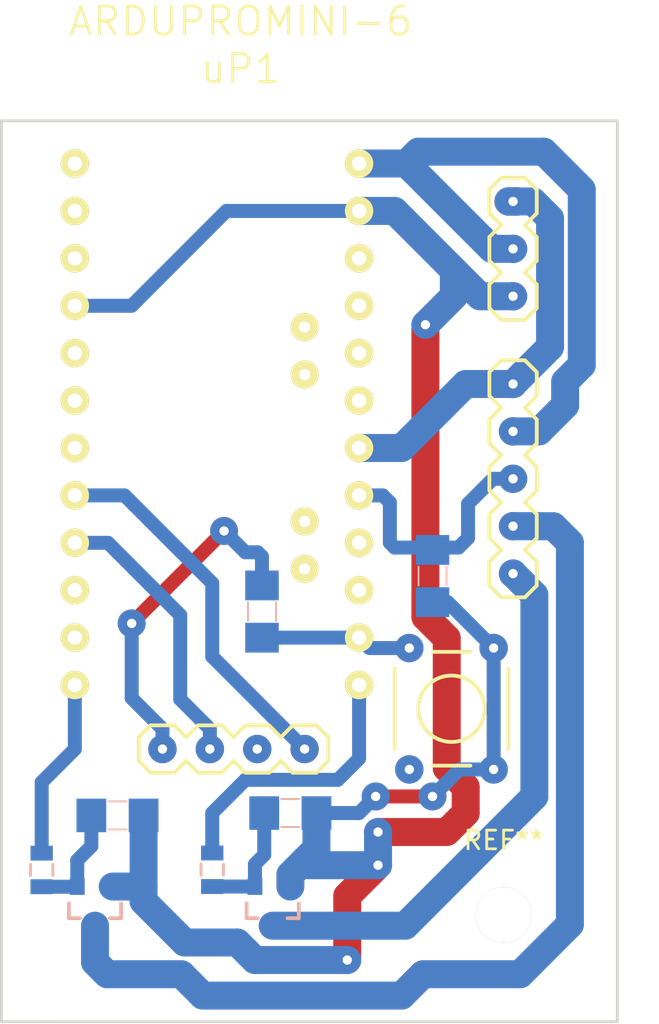
<source format=kicad_pcb>
(kicad_pcb (version 4) (host pcbnew 4.0.2+dfsg1-stable)

  (general
    (links 0)
    (no_connects 281)
    (area 28.753999 26.721999 61.924001 75.132001)
    (thickness 1.6)
    (drawings 7)
    (tracks 133)
    (zones 0)
    (modules 14)
    (nets 30)
  )

  (page A4)
  (layers
    (0 F.Cu signal)
    (31 B.Cu signal)
    (32 B.Adhes user)
    (33 F.Adhes user)
    (34 B.Paste user)
    (35 F.Paste user)
    (36 B.SilkS user)
    (37 F.SilkS user)
    (38 B.Mask user)
    (39 F.Mask user)
    (40 Dwgs.User user)
    (41 Cmts.User user)
    (42 Eco1.User user)
    (43 Eco2.User user)
    (44 Edge.Cuts user)
    (45 Margin user)
    (46 B.CrtYd user)
    (47 F.CrtYd user)
    (48 B.Fab user)
    (49 F.Fab user)
  )

  (setup
    (last_trace_width 0.75)
    (trace_clearance 0.2)
    (zone_clearance 0.508)
    (zone_45_only no)
    (trace_min 0.2)
    (segment_width 0.2)
    (edge_width 0.15)
    (via_size 1.5)
    (via_drill 0.5)
    (via_min_size 0.4)
    (via_min_drill 0.3)
    (uvia_size 0.3)
    (uvia_drill 0.1)
    (uvias_allowed no)
    (uvia_min_size 0.2)
    (uvia_min_drill 0.1)
    (pcb_text_width 0.3)
    (pcb_text_size 1.5 1.5)
    (mod_edge_width 0.15)
    (mod_text_size 1 1)
    (mod_text_width 0.15)
    (pad_size 1.524 1.524)
    (pad_drill 0.5)
    (pad_to_mask_clearance 0.2)
    (aux_axis_origin 0 0)
    (grid_origin 77.089 97.917)
    (visible_elements FFFFFF7F)
    (pcbplotparams
      (layerselection 0x00000_80000000)
      (usegerberextensions false)
      (excludeedgelayer true)
      (linewidth 0.100000)
      (plotframeref false)
      (viasonmask false)
      (mode 1)
      (useauxorigin false)
      (hpglpennumber 1)
      (hpglpenspeed 20)
      (hpglpendiameter 15)
      (hpglpenoverlay 2)
      (psnegative false)
      (psa4output false)
      (plotreference true)
      (plotvalue true)
      (plotinvisibletext false)
      (padsonsilk false)
      (subtractmaskfromsilk false)
      (outputformat 4)
      (mirror false)
      (drillshape 2)
      (scaleselection 1)
      (outputdirectory ""))
  )

  (net 0 "")
  (net 1 /LED_WIDE-)
  (net 2 /LED_SPOT-)
  (net 3 /AD0)
  (net 4 /BATERIA_7_4_V)
  (net 5 /BATERIA_3_7_V)
  (net 6 GND)
  (net 7 VCC)
  (net 8 /LED_G)
  (net 9 /LED_R)
  (net 10 /LED_B)
  (net 11 /MODE_BUTTON)
  (net 12 "Net-(Q1-Pad1)")
  (net 13 /LED_WIDE_PWM)
  (net 14 "Net-(Q2-Pad1)")
  (net 15 /TX)
  (net 16 /RX)
  (net 17 /RST)
  (net 18 "Net-(uP1-Pad11)")
  (net 19 "Net-(uP1-Pad12)")
  (net 20 "Net-(uP1-Pad13)")
  (net 21 "Net-(uP1-Pad16)")
  (net 22 "Net-(uP1-Pad17)")
  (net 23 "Net-(uP1-Pad22)")
  (net 24 "Net-(uP1-Pad23)")
  (net 25 "Net-(uP1-Pad24)")
  (net 26 "Net-(uP1-Pad27)")
  (net 27 "Net-(uP1-Pad28)")
  (net 28 /LED_SPOT_PWM)
  (net 29 "Net-(uP1-Pad21)")

  (net_class Default "This is the default net class."
    (clearance 0.2)
    (trace_width 0.75)
    (via_dia 1.5)
    (via_drill 0.5)
    (uvia_dia 0.3)
    (uvia_drill 0.1)
    (add_net /AD0)
    (add_net /LED_B)
    (add_net /LED_G)
    (add_net /LED_R)
    (add_net /LED_SPOT_PWM)
    (add_net /LED_WIDE_PWM)
    (add_net /MODE_BUTTON)
    (add_net /RST)
    (add_net /RX)
    (add_net /TX)
    (add_net GND)
    (add_net "Net-(Q1-Pad1)")
    (add_net "Net-(Q2-Pad1)")
    (add_net "Net-(uP1-Pad11)")
    (add_net "Net-(uP1-Pad12)")
    (add_net "Net-(uP1-Pad13)")
    (add_net "Net-(uP1-Pad16)")
    (add_net "Net-(uP1-Pad17)")
    (add_net "Net-(uP1-Pad21)")
    (add_net "Net-(uP1-Pad22)")
    (add_net "Net-(uP1-Pad23)")
    (add_net "Net-(uP1-Pad24)")
    (add_net "Net-(uP1-Pad27)")
    (add_net "Net-(uP1-Pad28)")
    (add_net VCC)
  )

  (net_class POWER ""
    (clearance 0.2)
    (trace_width 1.5)
    (via_dia 2.5)
    (via_drill 0.5)
    (uvia_dia 0.3)
    (uvia_drill 0.1)
    (add_net /BATERIA_3_7_V)
    (add_net /BATERIA_7_4_V)
    (add_net /LED_SPOT-)
    (add_net /LED_WIDE-)
  )

  (module ArduProMiniTKB:ArduProMini-6 (layer F.Cu) (tedit 54CFF598) (tstamp 5A1BA8B0)
    (at 30.226 22.733)
    (path /5A1AED2F)
    (fp_text reference uP1 (at 11.43 1.27) (layer F.SilkS)
      (effects (font (size 1.5 1.5) (thickness 0.15)))
    )
    (fp_text value ARDUPROMINI-6 (at 11.43 -1.27) (layer F.SilkS)
      (effects (font (size 1.5 1.5) (thickness 0.15)))
    )
    (pad 7 thru_hole circle (at 2.54 6.35) (size 1.524 1.524) (drill 0.762) (layers *.Cu *.Mask F.SilkS)
      (net 15 /TX))
    (pad 8 thru_hole circle (at 2.54 8.89) (size 1.524 1.524) (drill 0.762) (layers *.Cu *.Mask F.SilkS)
      (net 16 /RX))
    (pad 9 thru_hole circle (at 2.54 11.43) (size 1.524 1.524) (drill 0.762) (layers *.Cu *.Mask F.SilkS)
      (net 17 /RST))
    (pad 10 thru_hole circle (at 2.54 13.97) (size 1.524 1.524) (drill 0.762) (layers *.Cu *.Mask F.SilkS)
      (net 6 GND))
    (pad 11 thru_hole circle (at 2.54 16.51) (size 1.524 1.524) (drill 0.762) (layers *.Cu *.Mask F.SilkS)
      (net 18 "Net-(uP1-Pad11)"))
    (pad 12 thru_hole circle (at 2.54 19.05) (size 1.524 1.524) (drill 0.762) (layers *.Cu *.Mask F.SilkS)
      (net 19 "Net-(uP1-Pad12)"))
    (pad 13 thru_hole circle (at 2.54 21.59) (size 1.524 1.524) (drill 0.762) (layers *.Cu *.Mask F.SilkS)
      (net 20 "Net-(uP1-Pad13)"))
    (pad 14 thru_hole circle (at 2.54 24.13) (size 1.524 1.524) (drill 0.762) (layers *.Cu *.Mask F.SilkS)
      (net 10 /LED_B))
    (pad 15 thru_hole circle (at 2.54 26.67) (size 1.524 1.524) (drill 0.762) (layers *.Cu *.Mask F.SilkS)
      (net 8 /LED_G))
    (pad 16 thru_hole circle (at 2.54 29.21) (size 1.524 1.524) (drill 0.762) (layers *.Cu *.Mask F.SilkS)
      (net 21 "Net-(uP1-Pad16)"))
    (pad 17 thru_hole circle (at 2.54 31.75) (size 1.524 1.524) (drill 0.762) (layers *.Cu *.Mask F.SilkS)
      (net 22 "Net-(uP1-Pad17)"))
    (pad 18 thru_hole circle (at 2.54 34.29) (size 1.524 1.524) (drill 0.762) (layers *.Cu *.Mask F.SilkS)
      (net 28 /LED_SPOT_PWM))
    (pad 19 thru_hole circle (at 17.78 6.35) (size 1.524 1.524) (drill 0.762) (layers *.Cu *.Mask F.SilkS)
      (net 4 /BATERIA_7_4_V))
    (pad 20 thru_hole circle (at 17.78 8.89) (size 1.524 1.524) (drill 0.762) (layers *.Cu *.Mask F.SilkS)
      (net 6 GND))
    (pad 21 thru_hole circle (at 17.78 11.43) (size 1.524 1.524) (drill 0.762) (layers *.Cu *.Mask F.SilkS)
      (net 29 "Net-(uP1-Pad21)"))
    (pad 22 thru_hole circle (at 17.78 13.97) (size 1.524 1.524) (drill 0.762) (layers *.Cu *.Mask F.SilkS)
      (net 23 "Net-(uP1-Pad22)"))
    (pad 23 thru_hole circle (at 17.78 16.51) (size 1.524 1.524) (drill 0.762) (layers *.Cu *.Mask F.SilkS)
      (net 24 "Net-(uP1-Pad23)"))
    (pad 24 thru_hole circle (at 17.78 19.05) (size 1.524 1.524) (drill 0.762) (layers *.Cu *.Mask F.SilkS)
      (net 25 "Net-(uP1-Pad24)"))
    (pad 25 thru_hole circle (at 17.78 21.59) (size 1.524 1.524) (drill 0.762) (layers *.Cu *.Mask F.SilkS)
      (net 5 /BATERIA_3_7_V))
    (pad 26 thru_hole circle (at 17.78 24.13) (size 1.524 1.524) (drill 0.762) (layers *.Cu *.Mask F.SilkS)
      (net 3 /AD0))
    (pad 27 thru_hole circle (at 17.78 26.67) (size 1.524 1.524) (drill 0.762) (layers *.Cu *.Mask F.SilkS)
      (net 26 "Net-(uP1-Pad27)"))
    (pad 28 thru_hole circle (at 17.78 29.21) (size 1.524 1.524) (drill 0.762) (layers *.Cu *.Mask F.SilkS)
      (net 27 "Net-(uP1-Pad28)"))
    (pad 29 thru_hole circle (at 17.78 31.75) (size 1.524 1.524) (drill 0.762) (layers *.Cu *.Mask F.SilkS)
      (net 11 /MODE_BUTTON))
    (pad 30 thru_hole circle (at 17.78 34.29) (size 1.524 1.524) (drill 0.762) (layers *.Cu *.Mask F.SilkS)
      (net 13 /LED_WIDE_PWM))
    (pad 31 thru_hole circle (at 14.859 15.113) (size 1.5 1.5) (drill 0.6) (layers *.Cu *.Mask F.SilkS))
    (pad 32 thru_hole circle (at 14.859 17.653) (size 1.5 1.5) (drill 0.6) (layers *.Cu *.Mask F.SilkS))
    (pad 34 thru_hole circle (at 14.859 25.527) (size 1.5 1.5) (drill 0.6) (layers *.Cu *.Mask F.SilkS))
    (pad 35 thru_hole circle (at 14.859 28.067) (size 1.5 1.5) (drill 0.6) (layers *.Cu *.Mask F.SilkS))
  )

  (module FRTOSlight:1X05 (layer F.Cu) (tedit 5A1ADC89) (tstamp 5A1B9F80)
    (at 56.261 51.054 90)
    (path /5A1ACA67)
    (fp_text reference P1 (at 0.1 0 90) (layer Eco1.User)
      (effects (font (size 0.6 0.6) (thickness 0.1)))
    )
    (fp_text value CONN_01X05 (at 0.1 1.7 90) (layer Eco1.User)
      (effects (font (size 0.6 0.6) (thickness 0.1)))
    )
    (fp_line (start 6.985 -1.27) (end 8.255 -1.27) (layer F.SilkS) (width 0.2032))
    (fp_line (start 8.255 -1.27) (end 8.89 -0.635) (layer F.SilkS) (width 0.2032))
    (fp_line (start 8.89 0.635) (end 8.255 1.27) (layer F.SilkS) (width 0.2032))
    (fp_line (start 8.89 -0.635) (end 9.525 -1.27) (layer F.SilkS) (width 0.2032))
    (fp_line (start 9.525 -1.27) (end 10.795 -1.27) (layer F.SilkS) (width 0.2032))
    (fp_line (start 10.795 -1.27) (end 11.43 -0.635) (layer F.SilkS) (width 0.2032))
    (fp_line (start 11.43 0.635) (end 10.795 1.27) (layer F.SilkS) (width 0.2032))
    (fp_line (start 10.795 1.27) (end 9.525 1.27) (layer F.SilkS) (width 0.2032))
    (fp_line (start 9.525 1.27) (end 8.89 0.635) (layer F.SilkS) (width 0.2032))
    (fp_line (start 3.81 -0.635) (end 4.445 -1.27) (layer F.SilkS) (width 0.2032))
    (fp_line (start 4.445 -1.27) (end 5.715 -1.27) (layer F.SilkS) (width 0.2032))
    (fp_line (start 5.715 -1.27) (end 6.35 -0.635) (layer F.SilkS) (width 0.2032))
    (fp_line (start 6.35 0.635) (end 5.715 1.27) (layer F.SilkS) (width 0.2032))
    (fp_line (start 5.715 1.27) (end 4.445 1.27) (layer F.SilkS) (width 0.2032))
    (fp_line (start 4.445 1.27) (end 3.81 0.635) (layer F.SilkS) (width 0.2032))
    (fp_line (start 6.985 -1.27) (end 6.35 -0.635) (layer F.SilkS) (width 0.2032))
    (fp_line (start 6.35 0.635) (end 6.985 1.27) (layer F.SilkS) (width 0.2032))
    (fp_line (start 8.255 1.27) (end 6.985 1.27) (layer F.SilkS) (width 0.2032))
    (fp_line (start -0.635 -1.27) (end 0.635 -1.27) (layer F.SilkS) (width 0.2032))
    (fp_line (start 0.635 -1.27) (end 1.27 -0.635) (layer F.SilkS) (width 0.2032))
    (fp_line (start 1.27 0.635) (end 0.635 1.27) (layer F.SilkS) (width 0.2032))
    (fp_line (start 1.27 -0.635) (end 1.905 -1.27) (layer F.SilkS) (width 0.2032))
    (fp_line (start 1.905 -1.27) (end 3.175 -1.27) (layer F.SilkS) (width 0.2032))
    (fp_line (start 3.175 -1.27) (end 3.81 -0.635) (layer F.SilkS) (width 0.2032))
    (fp_line (start 3.81 0.635) (end 3.175 1.27) (layer F.SilkS) (width 0.2032))
    (fp_line (start 3.175 1.27) (end 1.905 1.27) (layer F.SilkS) (width 0.2032))
    (fp_line (start 1.905 1.27) (end 1.27 0.635) (layer F.SilkS) (width 0.2032))
    (fp_line (start -1.27 -0.635) (end -1.27 0.635) (layer F.SilkS) (width 0.2032))
    (fp_line (start -0.635 -1.27) (end -1.27 -0.635) (layer F.SilkS) (width 0.2032))
    (fp_line (start -1.27 0.635) (end -0.635 1.27) (layer F.SilkS) (width 0.2032))
    (fp_line (start 0.635 1.27) (end -0.635 1.27) (layer F.SilkS) (width 0.2032))
    (fp_line (start 11.43 -0.635) (end 11.43 0.635) (layer F.SilkS) (width 0.2032))
    (pad 1 thru_hole oval (at 0 0 180) (size 1.524 1.524) (drill 0.5) (layers *.Cu *.Mask)
      (net 1 /LED_WIDE-))
    (pad 2 thru_hole oval (at 2.54 0 180) (size 1.524 1.524) (drill 0.5) (layers *.Cu *.Mask)
      (net 2 /LED_SPOT-))
    (pad 3 thru_hole oval (at 5.08 0 180) (size 1.524 1.524) (drill 0.5) (layers *.Cu *.Mask)
      (net 3 /AD0))
    (pad 4 thru_hole oval (at 7.62 0 180) (size 1.524 1.524) (drill 0.5) (layers *.Cu *.Mask)
      (net 4 /BATERIA_7_4_V))
    (pad 5 thru_hole oval (at 10.16 0 180) (size 1.524 1.524) (drill 0.5) (layers *.Cu *.Mask)
      (net 5 /BATERIA_3_7_V))
  )

  (module FRTOSlight:1X03 (layer F.Cu) (tedit 5A1ADC55) (tstamp 5A1B9F9B)
    (at 56.261 31.115 270)
    (path /5A1ACCD9)
    (fp_text reference P2 (at 0.3 0 270) (layer Eco1.User)
      (effects (font (size 0.6 0.6) (thickness 0.1)))
    )
    (fp_text value CONN_01X03 (at 2.6 1.6 270) (layer Eco1.User)
      (effects (font (size 0.2 0.2) (thickness 0.05)))
    )
    (fp_line (start 3.81 -0.635) (end 4.445 -1.27) (layer F.SilkS) (width 0.2032))
    (fp_line (start 4.445 -1.27) (end 5.715 -1.27) (layer F.SilkS) (width 0.2032))
    (fp_line (start 5.715 -1.27) (end 6.35 -0.635) (layer F.SilkS) (width 0.2032))
    (fp_line (start 6.35 0.635) (end 5.715 1.27) (layer F.SilkS) (width 0.2032))
    (fp_line (start 5.715 1.27) (end 4.445 1.27) (layer F.SilkS) (width 0.2032))
    (fp_line (start 4.445 1.27) (end 3.81 0.635) (layer F.SilkS) (width 0.2032))
    (fp_line (start -0.635 -1.27) (end 0.635 -1.27) (layer F.SilkS) (width 0.2032))
    (fp_line (start 0.635 -1.27) (end 1.27 -0.635) (layer F.SilkS) (width 0.2032))
    (fp_line (start 1.27 0.635) (end 0.635 1.27) (layer F.SilkS) (width 0.2032))
    (fp_line (start 1.27 -0.635) (end 1.905 -1.27) (layer F.SilkS) (width 0.2032))
    (fp_line (start 1.905 -1.27) (end 3.175 -1.27) (layer F.SilkS) (width 0.2032))
    (fp_line (start 3.175 -1.27) (end 3.81 -0.635) (layer F.SilkS) (width 0.2032))
    (fp_line (start 3.81 0.635) (end 3.175 1.27) (layer F.SilkS) (width 0.2032))
    (fp_line (start 3.175 1.27) (end 1.905 1.27) (layer F.SilkS) (width 0.2032))
    (fp_line (start 1.905 1.27) (end 1.27 0.635) (layer F.SilkS) (width 0.2032))
    (fp_line (start -1.27 -0.635) (end -1.27 0.635) (layer F.SilkS) (width 0.2032))
    (fp_line (start -0.635 -1.27) (end -1.27 -0.635) (layer F.SilkS) (width 0.2032))
    (fp_line (start -1.27 0.635) (end -0.635 1.27) (layer F.SilkS) (width 0.2032))
    (fp_line (start 0.635 1.27) (end -0.635 1.27) (layer F.SilkS) (width 0.2032))
    (fp_line (start 6.35 -0.635) (end 6.35 0.635) (layer F.SilkS) (width 0.2032))
    (pad 1 thru_hole oval (at 0 0) (size 2 1.524) (drill 0.5) (layers *.Cu *.Mask)
      (net 5 /BATERIA_3_7_V))
    (pad 2 thru_hole oval (at 2.54 0) (size 1.524 1.524) (drill 0.5) (layers *.Cu *.Mask)
      (net 4 /BATERIA_7_4_V))
    (pad 3 thru_hole oval (at 5.08 0) (size 1.524 1.524) (drill 0.5) (layers *.Cu *.Mask)
      (net 6 GND))
  )

  (module FRTOSlight:1X04 (layer F.Cu) (tedit 5A1ADCAF) (tstamp 5A1B9FBD)
    (at 37.465 60.452)
    (path /5A1AE117)
    (fp_text reference P3 (at 0 0) (layer Eco1.User)
      (effects (font (size 0.6 0.6) (thickness 0.1)))
    )
    (fp_text value CONN_01X04 (at 0 1.9) (layer Eco1.User)
      (effects (font (size 0.6 0.6) (thickness 0.1)))
    )
    (fp_line (start 6.985 -1.27) (end 8.255 -1.27) (layer F.SilkS) (width 0.2032))
    (fp_line (start 8.255 -1.27) (end 8.89 -0.635) (layer F.SilkS) (width 0.2032))
    (fp_line (start 8.89 0.635) (end 8.255 1.27) (layer F.SilkS) (width 0.2032))
    (fp_line (start 3.81 -0.635) (end 4.445 -1.27) (layer F.SilkS) (width 0.2032))
    (fp_line (start 4.445 -1.27) (end 5.715 -1.27) (layer F.SilkS) (width 0.2032))
    (fp_line (start 5.715 -1.27) (end 6.35 -0.635) (layer F.SilkS) (width 0.2032))
    (fp_line (start 6.35 0.635) (end 5.715 1.27) (layer F.SilkS) (width 0.2032))
    (fp_line (start 5.715 1.27) (end 4.445 1.27) (layer F.SilkS) (width 0.2032))
    (fp_line (start 4.445 1.27) (end 3.81 0.635) (layer F.SilkS) (width 0.2032))
    (fp_line (start 6.985 -1.27) (end 6.35 -0.635) (layer F.SilkS) (width 0.2032))
    (fp_line (start 6.35 0.635) (end 6.985 1.27) (layer F.SilkS) (width 0.2032))
    (fp_line (start 8.255 1.27) (end 6.985 1.27) (layer F.SilkS) (width 0.2032))
    (fp_line (start -0.635 -1.27) (end 0.635 -1.27) (layer F.SilkS) (width 0.2032))
    (fp_line (start 0.635 -1.27) (end 1.27 -0.635) (layer F.SilkS) (width 0.2032))
    (fp_line (start 1.27 0.635) (end 0.635 1.27) (layer F.SilkS) (width 0.2032))
    (fp_line (start 1.27 -0.635) (end 1.905 -1.27) (layer F.SilkS) (width 0.2032))
    (fp_line (start 1.905 -1.27) (end 3.175 -1.27) (layer F.SilkS) (width 0.2032))
    (fp_line (start 3.175 -1.27) (end 3.81 -0.635) (layer F.SilkS) (width 0.2032))
    (fp_line (start 3.81 0.635) (end 3.175 1.27) (layer F.SilkS) (width 0.2032))
    (fp_line (start 3.175 1.27) (end 1.905 1.27) (layer F.SilkS) (width 0.2032))
    (fp_line (start 1.905 1.27) (end 1.27 0.635) (layer F.SilkS) (width 0.2032))
    (fp_line (start -1.27 -0.635) (end -1.27 0.635) (layer F.SilkS) (width 0.2032))
    (fp_line (start -0.635 -1.27) (end -1.27 -0.635) (layer F.SilkS) (width 0.2032))
    (fp_line (start -1.27 0.635) (end -0.635 1.27) (layer F.SilkS) (width 0.2032))
    (fp_line (start 0.635 1.27) (end -0.635 1.27) (layer F.SilkS) (width 0.2032))
    (fp_line (start 8.89 -0.635) (end 8.89 0.635) (layer F.SilkS) (width 0.2032))
    (pad 1 thru_hole oval (at 0 0 90) (size 1.524 1.524) (drill 0.5) (layers *.Cu *.Mask)
      (net 7 VCC))
    (pad 2 thru_hole oval (at 2.54 0 90) (size 1.524 1.524) (drill 0.5) (layers *.Cu *.Mask)
      (net 8 /LED_G))
    (pad 3 thru_hole oval (at 5.08 0 90) (size 1.524 1.524) (drill 0.5) (layers *.Cu *.Mask)
      (net 9 /LED_R))
    (pad 4 thru_hole oval (at 7.62 0 90) (size 1.524 1.524) (drill 0.5) (layers *.Cu *.Mask)
      (net 10 /LED_B))
  )

  (module FRTOSlight:SOT23-3 (layer B.Cu) (tedit 5477A0B2) (tstamp 5A1B9FCC)
    (at 43.37304 68.81622)
    (path /5A1AC72E)
    (fp_text reference Q1 (at 0 0) (layer Eco1.User)
      (effects (font (size 0.5 0.5) (thickness 0.1)))
    )
    (fp_text value si2302 (at 0 -1.95) (layer Eco1.User) hide
      (effects (font (size 0.5 0.5) (thickness 0.1)))
    )
    (fp_line (start 1.4224 0.6604) (end 1.4224 -0.6604) (layer Cmts.User) (width 0.1524))
    (fp_line (start 1.4224 -0.6604) (end -1.4224 -0.6604) (layer Cmts.User) (width 0.1524))
    (fp_line (start -1.4224 -0.6604) (end -1.4224 0.6604) (layer Cmts.User) (width 0.1524))
    (fp_line (start -1.4224 0.6604) (end 1.4224 0.6604) (layer Cmts.User) (width 0.1524))
    (fp_line (start -0.79756 0.6985) (end -1.39954 0.6985) (layer B.SilkS) (width 0.2032))
    (fp_line (start -1.39954 0.6985) (end -1.39954 -0.09906) (layer B.SilkS) (width 0.2032))
    (fp_line (start 0.79756 0.6985) (end 1.39954 0.6985) (layer B.SilkS) (width 0.2032))
    (fp_line (start 1.39954 0.6985) (end 1.39954 -0.09906) (layer B.SilkS) (width 0.2032))
    (pad 3 smd rect (at 0 1.09982) (size 0.79756 0.89916) (layers B.Cu B.Paste B.Mask)
      (net 1 /LED_WIDE-))
    (pad 2 smd rect (at 0.94996 -0.99822) (size 0.79756 0.89916) (layers B.Cu B.Paste B.Mask)
      (net 6 GND))
    (pad 1 smd rect (at -0.94996 -0.99822) (size 0.79756 0.89916) (layers B.Cu B.Paste B.Mask)
      (net 12 "Net-(Q1-Pad1)"))
  )

  (module FRTOSlight:SOT23-3 (layer B.Cu) (tedit 5477A0B2) (tstamp 5A1B9FDB)
    (at 33.84804 68.81622)
    (path /5A1AC65F)
    (fp_text reference Q2 (at -0.123141 0.0374) (layer Eco1.User)
      (effects (font (size 0.5 0.5) (thickness 0.1)))
    )
    (fp_text value si2302 (at 0 -1.95) (layer Eco1.User) hide
      (effects (font (size 0.5 0.5) (thickness 0.1)))
    )
    (fp_line (start 1.4224 0.6604) (end 1.4224 -0.6604) (layer Cmts.User) (width 0.1524))
    (fp_line (start 1.4224 -0.6604) (end -1.4224 -0.6604) (layer Cmts.User) (width 0.1524))
    (fp_line (start -1.4224 -0.6604) (end -1.4224 0.6604) (layer Cmts.User) (width 0.1524))
    (fp_line (start -1.4224 0.6604) (end 1.4224 0.6604) (layer Cmts.User) (width 0.1524))
    (fp_line (start -0.79756 0.6985) (end -1.39954 0.6985) (layer B.SilkS) (width 0.2032))
    (fp_line (start -1.39954 0.6985) (end -1.39954 -0.09906) (layer B.SilkS) (width 0.2032))
    (fp_line (start 0.79756 0.6985) (end 1.39954 0.6985) (layer B.SilkS) (width 0.2032))
    (fp_line (start 1.39954 0.6985) (end 1.39954 -0.09906) (layer B.SilkS) (width 0.2032))
    (pad 3 smd rect (at 0 1.09982) (size 0.79756 0.89916) (layers B.Cu B.Paste B.Mask)
      (net 2 /LED_SPOT-))
    (pad 2 smd rect (at 0.94996 -0.99822) (size 0.79756 0.89916) (layers B.Cu B.Paste B.Mask)
      (net 6 GND))
    (pad 1 smd rect (at -0.94996 -0.99822) (size 0.79756 0.89916) (layers B.Cu B.Paste B.Mask)
      (net 14 "Net-(Q2-Pad1)"))
  )

  (module FRTOSlight:1206 (layer B.Cu) (tedit 5477993F) (tstamp 5A1B9FE7)
    (at 42.799 53.086 270)
    (path /5A1AF9C8)
    (fp_text reference R1 (at 0 0 270) (layer Eco1.User)
      (effects (font (size 0.6 0.6) (thickness 0.1)))
    )
    (fp_text value R (at 0 -1.4 270) (layer Eco1.User) hide
      (effects (font (size 0.6 0.6) (thickness 0.1)))
    )
    (fp_line (start -2.47142 0.98298) (end 2.47142 0.98298) (layer Dwgs.User) (width 0.0508))
    (fp_line (start 2.47142 -0.98298) (end -2.47142 -0.98298) (layer Dwgs.User) (width 0.0508))
    (fp_line (start -2.47142 -0.98298) (end -2.47142 0.98298) (layer Dwgs.User) (width 0.0508))
    (fp_line (start 2.47142 0.98298) (end 2.47142 -0.98298) (layer Dwgs.User) (width 0.0508))
    (fp_line (start -0.5 0.75) (end 0.5 0.75) (layer B.SilkS) (width 0.1))
    (fp_line (start -0.5 -0.75) (end 0.5 -0.75) (layer B.SilkS) (width 0.1))
    (pad 1 smd rect (at -1.39954 0 270) (size 1.59766 1.79832) (layers B.Cu B.Paste B.Mask)
      (net 7 VCC))
    (pad 2 smd rect (at 1.39954 0 270) (size 1.59766 1.79832) (layers B.Cu B.Paste B.Mask)
      (net 11 /MODE_BUTTON))
  )

  (module FRTOSlight:0805 (layer B.Cu) (tedit 54769AAA) (tstamp 5A1B9FEF)
    (at 40.132 66.91884 90)
    (path /5A1AC8C2)
    (fp_text reference R2 (at 0 0 90) (layer Eco1.User)
      (effects (font (size 0.3 0.3) (thickness 0.075)))
    )
    (fp_text value 180 (at 0 -1 90) (layer Eco1.User) hide
      (effects (font (size 0.2 0.2) (thickness 0.03048)))
    )
    (fp_line (start -0.29972 0.59944) (end 0.29972 0.59944) (layer B.SilkS) (width 0.1524))
    (fp_line (start -0.29972 -0.59944) (end 0.29972 -0.59944) (layer B.SilkS) (width 0.1524))
    (pad 1 smd rect (at -0.89916 0 90) (size 0.79756 1.19888) (layers B.Cu B.Paste B.Mask)
      (net 12 "Net-(Q1-Pad1)"))
    (pad 2 smd rect (at 0.89916 0 90) (size 0.79756 1.19888) (layers B.Cu B.Paste B.Mask)
      (net 13 /LED_WIDE_PWM))
  )

  (module FRTOSlight:1206 (layer B.Cu) (tedit 5477993F) (tstamp 5A1B9FFB)
    (at 44.32046 63.881)
    (path /5A1AC881)
    (fp_text reference R3 (at 0 0) (layer Eco1.User)
      (effects (font (size 0.6 0.6) (thickness 0.1)))
    )
    (fp_text value 4k7 (at 0 -1.4) (layer Eco1.User) hide
      (effects (font (size 0.6 0.6) (thickness 0.1)))
    )
    (fp_line (start -2.47142 0.98298) (end 2.47142 0.98298) (layer Dwgs.User) (width 0.0508))
    (fp_line (start 2.47142 -0.98298) (end -2.47142 -0.98298) (layer Dwgs.User) (width 0.0508))
    (fp_line (start -2.47142 -0.98298) (end -2.47142 0.98298) (layer Dwgs.User) (width 0.0508))
    (fp_line (start 2.47142 0.98298) (end 2.47142 -0.98298) (layer Dwgs.User) (width 0.0508))
    (fp_line (start -0.5 0.75) (end 0.5 0.75) (layer B.SilkS) (width 0.1))
    (fp_line (start -0.5 -0.75) (end 0.5 -0.75) (layer B.SilkS) (width 0.1))
    (pad 1 smd rect (at -1.39954 0) (size 1.59766 1.79832) (layers B.Cu B.Paste B.Mask)
      (net 12 "Net-(Q1-Pad1)"))
    (pad 2 smd rect (at 1.39954 0) (size 1.59766 1.79832) (layers B.Cu B.Paste B.Mask)
      (net 6 GND))
  )

  (module FRTOSlight:0805 (layer B.Cu) (tedit 54769AAA) (tstamp 5A1BA003)
    (at 30.988 66.929 90)
    (path /5A1AC842)
    (fp_text reference R4 (at 0 0.052641 90) (layer Eco1.User)
      (effects (font (size 0.3 0.3) (thickness 0.075)))
    )
    (fp_text value 180 (at 0 -1 90) (layer Eco1.User) hide
      (effects (font (size 0.2 0.2) (thickness 0.03048)))
    )
    (fp_line (start -0.29972 0.59944) (end 0.29972 0.59944) (layer B.SilkS) (width 0.1524))
    (fp_line (start -0.29972 -0.59944) (end 0.29972 -0.59944) (layer B.SilkS) (width 0.1524))
    (pad 1 smd rect (at -0.89916 0 90) (size 0.79756 1.19888) (layers B.Cu B.Paste B.Mask)
      (net 14 "Net-(Q2-Pad1)"))
    (pad 2 smd rect (at 0.89916 0 90) (size 0.79756 1.19888) (layers B.Cu B.Paste B.Mask)
      (net 28 /LED_SPOT_PWM))
  )

  (module FRTOSlight:1206 (layer B.Cu) (tedit 5477993F) (tstamp 5A1BA00F)
    (at 35.052 64.008)
    (path /5A1AC80F)
    (fp_text reference R5 (at 0.12954 0) (layer Eco1.User)
      (effects (font (size 0.6 0.6) (thickness 0.1)))
    )
    (fp_text value 4k7 (at 0 -1.4) (layer Eco1.User) hide
      (effects (font (size 0.6 0.6) (thickness 0.1)))
    )
    (fp_line (start -2.47142 0.98298) (end 2.47142 0.98298) (layer Dwgs.User) (width 0.0508))
    (fp_line (start 2.47142 -0.98298) (end -2.47142 -0.98298) (layer Dwgs.User) (width 0.0508))
    (fp_line (start -2.47142 -0.98298) (end -2.47142 0.98298) (layer Dwgs.User) (width 0.0508))
    (fp_line (start 2.47142 0.98298) (end 2.47142 -0.98298) (layer Dwgs.User) (width 0.0508))
    (fp_line (start -0.5 0.75) (end 0.5 0.75) (layer B.SilkS) (width 0.1))
    (fp_line (start -0.5 -0.75) (end 0.5 -0.75) (layer B.SilkS) (width 0.1))
    (pad 1 smd rect (at -1.39954 0) (size 1.59766 1.79832) (layers B.Cu B.Paste B.Mask)
      (net 14 "Net-(Q2-Pad1)"))
    (pad 2 smd rect (at 1.39954 0) (size 1.59766 1.79832) (layers B.Cu B.Paste B.Mask)
      (net 6 GND))
  )

  (module FRTOSlight:1206 (layer B.Cu) (tedit 5477993F) (tstamp 5A1BA01B)
    (at 51.943 51.18354 270)
    (path /5A1AD59B)
    (fp_text reference R6 (at 0 0 270) (layer Eco1.User)
      (effects (font (size 0.6 0.6) (thickness 0.1)))
    )
    (fp_text value 10k (at 0 -1.4 270) (layer Eco1.User) hide
      (effects (font (size 0.6 0.6) (thickness 0.1)))
    )
    (fp_line (start -2.47142 0.98298) (end 2.47142 0.98298) (layer Dwgs.User) (width 0.0508))
    (fp_line (start 2.47142 -0.98298) (end -2.47142 -0.98298) (layer Dwgs.User) (width 0.0508))
    (fp_line (start -2.47142 -0.98298) (end -2.47142 0.98298) (layer Dwgs.User) (width 0.0508))
    (fp_line (start 2.47142 0.98298) (end 2.47142 -0.98298) (layer Dwgs.User) (width 0.0508))
    (fp_line (start -0.5 0.75) (end 0.5 0.75) (layer B.SilkS) (width 0.1))
    (fp_line (start -0.5 -0.75) (end 0.5 -0.75) (layer B.SilkS) (width 0.1))
    (pad 1 smd rect (at -1.39954 0 270) (size 1.59766 1.79832) (layers B.Cu B.Paste B.Mask)
      (net 3 /AD0))
    (pad 2 smd rect (at 1.39954 0 270) (size 1.59766 1.79832) (layers B.Cu B.Paste B.Mask)
      (net 6 GND))
  )

  (module FRTOSlight:SW_PUSHBUTTON_PTH (layer F.Cu) (tedit 5A1ADD0F) (tstamp 5A1BA037)
    (at 52.959 58.293 90)
    (descr "<b>OMRON SWITCH</b>")
    (path /5A1AF85E)
    (fp_text reference SW1 (at 0.0762 -0.0254 90) (layer Eco1.User)
      (effects (font (size 0.6 0.6) (thickness 0.1)))
    )
    (fp_text value SW_PUSHBUTTON (at 0 0 90) (layer Eco1.User) hide
      (effects (font (size 0 0) (thickness 0.000001)))
    )
    (fp_line (start 3.048 -1.016) (end 3.048 -2.54) (layer Cmts.User) (width 0.2032))
    (fp_line (start 3.048 -2.54) (end 2.54 -3.048) (layer Cmts.User) (width 0.2032))
    (fp_line (start 2.54 3.048) (end 3.048 2.54) (layer Cmts.User) (width 0.2032))
    (fp_line (start 3.048 2.54) (end 3.048 1.016) (layer Cmts.User) (width 0.2032))
    (fp_line (start -2.54 -3.048) (end -3.048 -2.54) (layer Cmts.User) (width 0.2032))
    (fp_line (start -3.048 -2.54) (end -3.048 -1.016) (layer Cmts.User) (width 0.2032))
    (fp_line (start -2.54 3.048) (end -3.048 2.54) (layer Cmts.User) (width 0.2032))
    (fp_line (start -3.048 2.54) (end -3.048 1.016) (layer Cmts.User) (width 0.2032))
    (fp_line (start 2.54 3.048) (end 2.159 3.048) (layer Cmts.User) (width 0.2032))
    (fp_line (start -2.54 3.048) (end -2.159 3.048) (layer Cmts.User) (width 0.2032))
    (fp_line (start -2.54 -3.048) (end -2.159 -3.048) (layer Cmts.User) (width 0.2032))
    (fp_line (start 2.54 -3.048) (end 2.159 -3.048) (layer Cmts.User) (width 0.2032))
    (fp_line (start 2.159 -3.048) (end -2.159 -3.048) (layer F.SilkS) (width 0.2032))
    (fp_line (start -2.159 3.048) (end 2.159 3.048) (layer F.SilkS) (width 0.2032))
    (fp_line (start 3.048 -0.99568) (end 3.048 1.016) (layer F.SilkS) (width 0.2032))
    (fp_line (start -3.048 -1.02616) (end -3.048 1.016) (layer F.SilkS) (width 0.2032))
    (fp_line (start -2.54 -1.27) (end -2.54 -0.508) (layer Cmts.User) (width 0.2032))
    (fp_line (start -2.54 0.508) (end -2.54 1.27) (layer Cmts.User) (width 0.2032))
    (fp_line (start -2.54 -0.508) (end -2.159 0.381) (layer Cmts.User) (width 0.2032))
    (fp_circle (center 0 0) (end 1.778 0) (layer F.SilkS) (width 0.2032))
    (pad 1 thru_hole oval (at -3.2512 -2.2606 90) (size 1.524 1.524) (drill 0.5) (layers *.Cu *.Mask)
      (net 11 /MODE_BUTTON))
    (pad 1 thru_hole oval (at 3.2512 -2.2606 90) (size 1.524 1.524) (drill 0.5) (layers *.Cu *.Mask)
      (net 11 /MODE_BUTTON))
    (pad 2 thru_hole oval (at -3.2512 2.2606 90) (size 1.524 1.524) (drill 0.5) (layers *.Cu *.Mask)
      (net 6 GND))
    (pad 2 thru_hole oval (at 3.2512 2.2606 90) (size 1.524 1.524) (drill 0.5) (layers *.Cu *.Mask)
      (net 6 GND))
  )

  (module Mounting_Holes:MountingHole_3mm (layer F.Cu) (tedit 0) (tstamp 5A1B0987)
    (at 55.753 69.342)
    (descr "Mounting hole, Befestigungsbohrung, 3mm, No Annular, Kein Restring,")
    (tags "Mounting hole, Befestigungsbohrung, 3mm, No Annular, Kein Restring,")
    (fp_text reference REF** (at 0 -4.0005) (layer F.SilkS)
      (effects (font (size 1 1) (thickness 0.15)))
    )
    (fp_text value MountingHole_3mm (at 1.00076 5.00126) (layer F.Fab)
      (effects (font (size 1 1) (thickness 0.15)))
    )
    (fp_circle (center 0 0) (end 3 0) (layer Cmts.User) (width 0.381))
    (pad 1 thru_hole circle (at 0 0) (size 3 3) (drill 3) (layers))
  )

  (gr_line (start 28.829 26.797) (end 31.369 26.797) (layer Edge.Cuts) (width 0.15))
  (gr_line (start 28.829 75.057) (end 28.829 26.797) (layer Edge.Cuts) (width 0.15))
  (gr_line (start 31.369 75.057) (end 28.829 75.057) (layer Edge.Cuts) (width 0.15))
  (gr_line (start 61.849 75.057) (end 31.369 75.057) (layer Edge.Cuts) (width 0.15))
  (gr_line (start 61.849 73.787) (end 61.849 75.057) (layer Edge.Cuts) (width 0.15))
  (gr_line (start 61.849 26.797) (end 61.849 73.787) (layer Edge.Cuts) (width 0.15))
  (gr_line (start 31.369 26.797) (end 61.849 26.797) (layer Edge.Cuts) (width 0.15))

  (segment (start 43.37304 69.91604) (end 50.47996 69.91604) (width 1.5) (layer B.Cu) (net 1))
  (segment (start 50.47996 69.91604) (end 57.404 62.992) (width 1.5) (layer B.Cu) (net 1))
  (segment (start 57.404 62.992) (end 57.404 52.197) (width 1.5) (layer B.Cu) (net 1))
  (segment (start 57.404 52.197) (end 56.261 51.054) (width 1.5) (layer B.Cu) (net 1))
  (segment (start 38.481 72.517) (end 34.49942 72.517) (width 1.5) (layer B.Cu) (net 2))
  (segment (start 50.292 73.66) (end 39.624 73.66) (width 1.5) (layer B.Cu) (net 2))
  (segment (start 39.624 73.66) (end 38.481 72.517) (width 1.5) (layer B.Cu) (net 2))
  (segment (start 51.435 72.517) (end 50.292 73.66) (width 1.5) (layer B.Cu) (net 2))
  (segment (start 56.642 72.517) (end 51.435 72.517) (width 1.5) (layer B.Cu) (net 2))
  (segment (start 56.261 48.514) (end 58.42 48.514) (width 1.5) (layer B.Cu) (net 2))
  (segment (start 33.84804 71.86562) (end 33.84804 69.91604) (width 1.5) (layer B.Cu) (net 2))
  (segment (start 58.42 48.514) (end 59.309 49.403) (width 1.5) (layer B.Cu) (net 2))
  (segment (start 59.309 49.403) (end 59.309 69.85) (width 1.5) (layer B.Cu) (net 2))
  (segment (start 59.309 69.85) (end 56.642 72.517) (width 1.5) (layer B.Cu) (net 2))
  (segment (start 34.49942 72.517) (end 33.84804 71.86562) (width 1.5) (layer B.Cu) (net 2))
  (segment (start 56.261 48.514) (end 57.912 48.514) (width 1.5) (layer B.Cu) (net 2))
  (segment (start 48.006 46.863) (end 49.276 46.863) (width 0.75) (layer B.Cu) (net 3))
  (segment (start 49.657 49.40116) (end 49.657 47.244) (width 0.75) (layer B.Cu) (net 3))
  (segment (start 49.657 47.244) (end 49.276 46.863) (width 0.75) (layer B.Cu) (net 3))
  (segment (start 49.657 49.40116) (end 49.91284 49.657) (width 0.75) (layer B.Cu) (net 3))
  (segment (start 49.91284 49.657) (end 51.562 49.657) (width 0.75) (layer B.Cu) (net 3))
  (segment (start 53.848 49.149) (end 53.34 49.657) (width 0.75) (layer B.Cu) (net 3))
  (segment (start 53.34 49.657) (end 51.562 49.657) (width 0.75) (layer B.Cu) (net 3))
  (segment (start 53.848 47.30937) (end 53.848 49.149) (width 0.75) (layer B.Cu) (net 3))
  (segment (start 56.261 45.974) (end 55.18337 45.974) (width 0.75) (layer B.Cu) (net 3))
  (segment (start 55.18337 45.974) (end 53.848 47.30937) (width 0.75) (layer B.Cu) (net 3))
  (segment (start 56.261 43.434) (end 57.658 43.434) (width 1.5) (layer B.Cu) (net 4))
  (segment (start 57.658 43.434) (end 59.055 42.037) (width 1.5) (layer B.Cu) (net 4))
  (segment (start 59.055 42.037) (end 59.055 40.767) (width 1.5) (layer B.Cu) (net 4))
  (segment (start 57.912 28.448) (end 51.181 28.448) (width 1.5) (layer B.Cu) (net 4))
  (segment (start 59.055 40.767) (end 59.944 39.878) (width 1.5) (layer B.Cu) (net 4))
  (segment (start 59.944 39.878) (end 59.944 30.48) (width 1.5) (layer B.Cu) (net 4))
  (segment (start 59.944 30.48) (end 57.912 28.448) (width 1.5) (layer B.Cu) (net 4))
  (segment (start 51.181 28.448) (end 50.546 29.083) (width 1.5) (layer B.Cu) (net 4))
  (segment (start 55.118 33.655) (end 50.546 29.083) (width 1.5) (layer B.Cu) (net 4))
  (segment (start 50.546 29.083) (end 48.006 29.083) (width 1.5) (layer B.Cu) (net 4))
  (segment (start 56.261 33.655) (end 55.118 33.655) (width 1.5) (layer B.Cu) (net 4))
  (segment (start 58.24399 32.02036) (end 58.24399 38.91101) (width 1.5) (layer B.Cu) (net 5))
  (segment (start 58.24399 38.91101) (end 56.261 40.894) (width 1.5) (layer B.Cu) (net 5))
  (segment (start 56.261 31.115) (end 57.33863 31.115) (width 1.5) (layer B.Cu) (net 5))
  (segment (start 57.33863 31.115) (end 58.24399 32.02036) (width 1.5) (layer B.Cu) (net 5))
  (segment (start 50.292 44.323) (end 53.721 40.894) (width 1.5) (layer B.Cu) (net 5))
  (segment (start 48.006 44.323) (end 50.292 44.323) (width 1.5) (layer B.Cu) (net 5))
  (segment (start 56.261 40.894) (end 53.721 40.894) (width 1.5) (layer B.Cu) (net 5))
  (segment (start 49.022 64.897) (end 52.705 64.897) (width 1.5) (layer F.Cu) (net 6))
  (segment (start 52.705 64.897) (end 53.721 63.881) (width 1.5) (layer F.Cu) (net 6))
  (segment (start 47.371 71.755) (end 47.371 68.326) (width 1.5) (layer F.Cu) (net 6))
  (segment (start 47.371 68.326) (end 49.022 66.675) (width 1.5) (layer F.Cu) (net 6))
  (segment (start 49.022 64.897) (end 49.022 66.675) (width 1.5) (layer B.Cu) (net 6))
  (via (at 49.022 64.897) (size 1.5) (drill 0.5) (layers F.Cu B.Cu) (net 6))
  (segment (start 41.47999 70.81699) (end 42.418 71.755) (width 1.5) (layer B.Cu) (net 6))
  (segment (start 42.418 71.755) (end 47.371 71.755) (width 1.5) (layer B.Cu) (net 6))
  (via (at 47.371 71.755) (size 1.5) (drill 0.5) (layers F.Cu B.Cu) (net 6))
  (segment (start 38.654837 70.81699) (end 41.47999 70.81699) (width 1.5) (layer B.Cu) (net 6))
  (segment (start 44.323 67.183) (end 45.085 66.421) (width 1.5) (layer B.Cu) (net 6))
  (segment (start 45.339 66.675) (end 45.085 66.421) (width 1.5) (layer B.Cu) (net 6))
  (segment (start 45.085 66.421) (end 45.72 65.786) (width 1.5) (layer B.Cu) (net 6))
  (segment (start 49.022 66.675) (end 45.339 66.675) (width 1.5) (layer B.Cu) (net 6))
  (via (at 49.022 66.675) (size 1.5) (drill 0.5) (layers F.Cu B.Cu) (net 6))
  (segment (start 53.721 62.484) (end 53.721 63.881) (width 1.5) (layer F.Cu) (net 6))
  (segment (start 52.705 61.468) (end 53.721 62.484) (width 1.5) (layer F.Cu) (net 6))
  (segment (start 52.705 54.514638) (end 52.705 61.468) (width 1.5) (layer F.Cu) (net 6))
  (segment (start 51.562 37.719) (end 51.562 53.371638) (width 1.5) (layer F.Cu) (net 6))
  (segment (start 51.562 53.371638) (end 52.705 54.514638) (width 1.5) (layer F.Cu) (net 6))
  (segment (start 53.086 34.798) (end 49.911 31.623) (width 1.5) (layer B.Cu) (net 6))
  (segment (start 54.483 36.195) (end 53.086 34.798) (width 1.5) (layer B.Cu) (net 6))
  (segment (start 53.086 34.798) (end 53.086 36.195) (width 1.5) (layer B.Cu) (net 6))
  (segment (start 53.086 36.195) (end 51.562 37.719) (width 1.5) (layer B.Cu) (net 6))
  (via (at 51.562 37.719) (size 1.5) (drill 0.5) (layers F.Cu B.Cu) (net 6))
  (segment (start 48.006 63.881) (end 45.72 63.881) (width 0.75) (layer B.Cu) (net 6))
  (segment (start 48.895 62.992) (end 48.006 63.881) (width 0.75) (layer B.Cu) (net 6))
  (segment (start 55.2196 61.5442) (end 53.3908 61.5442) (width 0.75) (layer B.Cu) (net 6))
  (segment (start 53.3908 61.5442) (end 51.943 62.992) (width 0.75) (layer B.Cu) (net 6))
  (segment (start 55.2196 61.5442) (end 55.2196 55.0418) (width 0.75) (layer B.Cu) (net 6))
  (segment (start 51.943 52.58308) (end 52.76088 52.58308) (width 0.75) (layer B.Cu) (net 6))
  (segment (start 52.76088 52.58308) (end 55.2196 55.0418) (width 0.75) (layer B.Cu) (net 6))
  (segment (start 34.798 67.818) (end 36.45154 67.818) (width 1.5) (layer B.Cu) (net 6))
  (segment (start 36.45154 68.613693) (end 38.654837 70.81699) (width 1.5) (layer B.Cu) (net 6))
  (segment (start 36.45154 64.008) (end 36.45154 68.613693) (width 1.5) (layer B.Cu) (net 6))
  (segment (start 45.72 65.786) (end 45.72 63.881) (width 1.5) (layer B.Cu) (net 6))
  (segment (start 45.72 65.786) (end 45.72 65.659) (width 1.5) (layer B.Cu) (net 6))
  (segment (start 44.323 67.818) (end 44.323 67.183) (width 1.5) (layer B.Cu) (net 6))
  (segment (start 32.766 36.703) (end 35.814 36.703) (width 0.75) (layer B.Cu) (net 6))
  (segment (start 40.894 31.623) (end 48.006 31.623) (width 0.75) (layer B.Cu) (net 6))
  (segment (start 35.814 36.703) (end 40.894 31.623) (width 0.75) (layer B.Cu) (net 6))
  (segment (start 51.943 62.992) (end 48.895 62.992) (width 0.75) (layer F.Cu) (net 6))
  (via (at 48.895 62.992) (size 1.5) (drill 0.5) (layers F.Cu B.Cu) (net 6))
  (via (at 51.943 62.992) (size 1.5) (drill 0.5) (layers F.Cu B.Cu) (net 6))
  (segment (start 45.72 63.881) (end 45.72 65.659) (width 0.75) (layer B.Cu) (net 6))
  (segment (start 49.911 31.623) (end 48.006 31.623) (width 1.5) (layer B.Cu) (net 6))
  (segment (start 56.261 36.195) (end 54.483 36.195) (width 1.5) (layer B.Cu) (net 6))
  (segment (start 41.91 49.911) (end 42.57237 49.911) (width 0.75) (layer B.Cu) (net 7))
  (segment (start 42.57237 49.911) (end 42.799 50.13763) (width 0.75) (layer B.Cu) (net 7))
  (segment (start 42.799 50.13763) (end 42.799 51.68646) (width 0.75) (layer B.Cu) (net 7))
  (segment (start 40.767 48.768) (end 41.91 49.911) (width 0.75) (layer B.Cu) (net 7))
  (segment (start 35.814 53.721) (end 40.767 48.768) (width 0.75) (layer F.Cu) (net 7))
  (via (at 40.767 48.768) (size 1.5) (drill 0.5) (layers F.Cu B.Cu) (net 7))
  (segment (start 35.814 57.72337) (end 35.814 53.721) (width 0.75) (layer B.Cu) (net 7))
  (via (at 35.814 53.721) (size 1.5) (drill 0.5) (layers F.Cu B.Cu) (net 7))
  (segment (start 37.465 60.452) (end 37.465 59.37437) (width 0.75) (layer B.Cu) (net 7))
  (segment (start 37.465 59.37437) (end 35.814 57.72337) (width 0.75) (layer B.Cu) (net 7))
  (segment (start 40.005 60.452) (end 40.005 59.37437) (width 0.75) (layer B.Cu) (net 8))
  (segment (start 40.005 59.37437) (end 38.41563 57.785) (width 0.75) (layer B.Cu) (net 8))
  (segment (start 38.41563 57.785) (end 38.41563 53.27463) (width 0.75) (layer B.Cu) (net 8))
  (segment (start 38.41563 53.27463) (end 34.544 49.403) (width 0.75) (layer B.Cu) (net 8))
  (segment (start 34.544 49.403) (end 32.766 49.403) (width 0.75) (layer B.Cu) (net 8))
  (segment (start 35.433 46.863) (end 40.132 51.562) (width 0.75) (layer B.Cu) (net 10))
  (segment (start 40.132 51.562) (end 40.132 55.499) (width 0.75) (layer B.Cu) (net 10))
  (segment (start 32.766 46.863) (end 35.433 46.863) (width 0.75) (layer B.Cu) (net 10))
  (segment (start 45.085 60.452) (end 40.132 55.499) (width 0.75) (layer B.Cu) (net 10))
  (segment (start 50.6984 55.0418) (end 48.5648 55.0418) (width 0.75) (layer B.Cu) (net 11))
  (segment (start 48.5648 55.0418) (end 48.006 54.483) (width 0.75) (layer B.Cu) (net 11))
  (segment (start 48.006 54.483) (end 42.80154 54.483) (width 0.75) (layer B.Cu) (net 11))
  (segment (start 42.80154 54.483) (end 42.799 54.48554) (width 0.75) (layer B.Cu) (net 11))
  (segment (start 42.42308 67.818) (end 42.42308 66.61842) (width 0.75) (layer B.Cu) (net 12))
  (segment (start 42.42308 66.61842) (end 42.92092 66.12058) (width 0.75) (layer B.Cu) (net 12))
  (segment (start 42.92092 66.12058) (end 42.92092 65.53016) (width 0.75) (layer B.Cu) (net 12))
  (segment (start 42.92092 63.881) (end 42.92092 65.53016) (width 0.75) (layer B.Cu) (net 12))
  (segment (start 42.42308 67.818) (end 40.132 67.818) (width 0.75) (layer B.Cu) (net 12))
  (segment (start 48.006 60.96) (end 48.006 57.023) (width 0.75) (layer B.Cu) (net 13))
  (segment (start 40.132 66.01968) (end 40.132 63.881) (width 0.75) (layer B.Cu) (net 13))
  (segment (start 40.132 63.881) (end 41.91 62.103) (width 0.75) (layer B.Cu) (net 13))
  (segment (start 41.91 62.103) (end 46.863 62.103) (width 0.75) (layer B.Cu) (net 13))
  (segment (start 46.863 62.103) (end 48.006 60.96) (width 0.75) (layer B.Cu) (net 13))
  (segment (start 30.988 67.82816) (end 32.88792 67.82816) (width 0.75) (layer B.Cu) (net 14))
  (segment (start 32.88792 67.82816) (end 32.89808 67.818) (width 0.75) (layer B.Cu) (net 14))
  (segment (start 32.893 66.41662) (end 32.89808 66.4217) (width 0.75) (layer B.Cu) (net 14))
  (segment (start 32.89808 66.4217) (end 32.89808 67.818) (width 0.75) (layer B.Cu) (net 14))
  (segment (start 33.65246 64.008) (end 33.65246 65.65716) (width 0.75) (layer B.Cu) (net 14))
  (segment (start 33.65246 65.65716) (end 32.893 66.41662) (width 0.75) (layer B.Cu) (net 14))
  (segment (start 30.988 62.23) (end 32.766 60.452) (width 0.75) (layer B.Cu) (net 28))
  (segment (start 32.766 60.452) (end 32.766 57.023) (width 0.75) (layer B.Cu) (net 28))
  (segment (start 30.988 66.02984) (end 30.988 62.23) (width 0.75) (layer B.Cu) (net 28))

)

</source>
